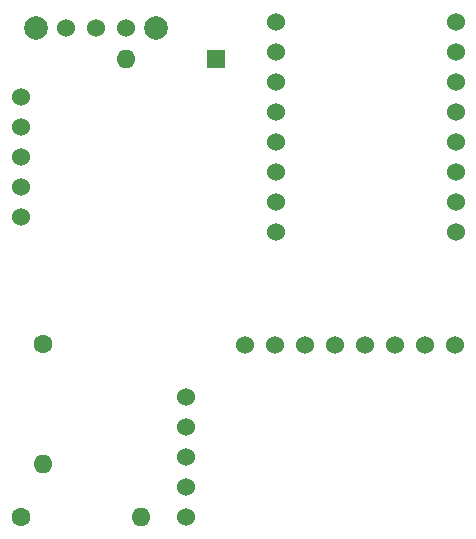
<source format=gbr>
%TF.GenerationSoftware,KiCad,Pcbnew,6.0.2+dfsg-1*%
%TF.CreationDate,2022-08-07T15:37:48+10:00*%
%TF.ProjectId,pcb,7063622e-6b69-4636-9164-5f7063625858,rev?*%
%TF.SameCoordinates,Original*%
%TF.FileFunction,Soldermask,Top*%
%TF.FilePolarity,Negative*%
%FSLAX46Y46*%
G04 Gerber Fmt 4.6, Leading zero omitted, Abs format (unit mm)*
G04 Created by KiCad (PCBNEW 6.0.2+dfsg-1) date 2022-08-07 15:37:48*
%MOMM*%
%LPD*%
G01*
G04 APERTURE LIST*
%ADD10C,1.524000*%
%ADD11C,1.600000*%
%ADD12O,1.600000X1.600000*%
%ADD13R,1.600000X1.600000*%
%ADD14C,2.000000*%
G04 APERTURE END LIST*
D10*
%TO.C,U5*%
X120590000Y-99155000D03*
X123130000Y-99155000D03*
X125670000Y-99155000D03*
X128210000Y-99155000D03*
X130750000Y-99155000D03*
X133290000Y-99155000D03*
X135830000Y-99155000D03*
X138370000Y-99155000D03*
%TD*%
%TO.C,U3*%
X123190000Y-71755000D03*
X123190000Y-74295000D03*
X123190000Y-76835000D03*
X123190000Y-79375000D03*
X123190000Y-81915000D03*
X123190000Y-84455000D03*
X123190000Y-86995000D03*
X123190000Y-89535000D03*
X138430000Y-89535000D03*
X138430000Y-86995000D03*
X138430000Y-84455000D03*
X138430000Y-81915000D03*
X138430000Y-79375000D03*
X138430000Y-76835000D03*
X138430000Y-74295000D03*
X138430000Y-71755000D03*
%TD*%
D11*
%TO.C,R1*%
X103505000Y-99060000D03*
D12*
X103505000Y-109220000D03*
%TD*%
D13*
%TO.C,D1*%
X118110000Y-74930000D03*
D12*
X110490000Y-74930000D03*
%TD*%
D10*
%TO.C,U1*%
X101600000Y-78105000D03*
X101600000Y-80645000D03*
X101600000Y-83185000D03*
X101600000Y-85725000D03*
X101600000Y-88265000D03*
%TD*%
D11*
%TO.C,R2*%
X101600000Y-113665000D03*
D12*
X111760000Y-113665000D03*
%TD*%
D10*
%TO.C,U2*%
X115570000Y-103505000D03*
X115570000Y-106045000D03*
X115570000Y-108585000D03*
X115570000Y-111125000D03*
X115570000Y-113665000D03*
%TD*%
D14*
%TO.C,SW1*%
X102870000Y-72295000D03*
X113030000Y-72295000D03*
D10*
X105410000Y-72295000D03*
X107950000Y-72295000D03*
X110490000Y-72295000D03*
%TD*%
M02*

</source>
